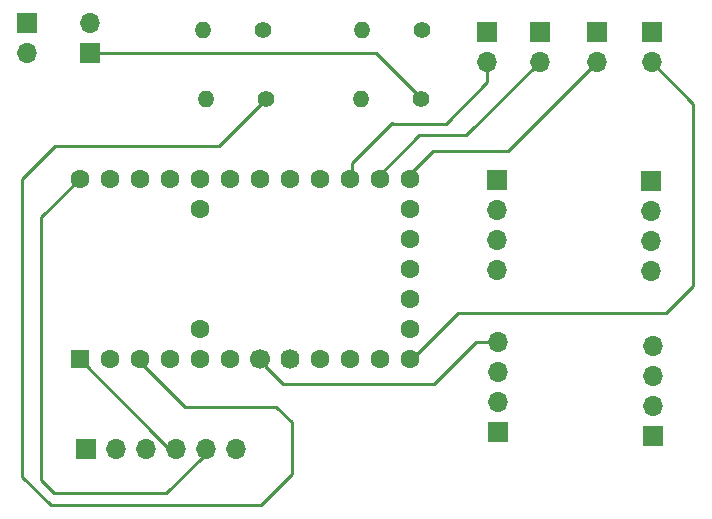
<source format=gbr>
%TF.GenerationSoftware,KiCad,Pcbnew,(6.0.0-0)*%
%TF.CreationDate,2022-01-07T12:45:35+01:00*%
%TF.ProjectId,TeensyTest,5465656e-7379-4546-9573-742e6b696361,rev?*%
%TF.SameCoordinates,Original*%
%TF.FileFunction,Copper,L2,Bot*%
%TF.FilePolarity,Positive*%
%FSLAX46Y46*%
G04 Gerber Fmt 4.6, Leading zero omitted, Abs format (unit mm)*
G04 Created by KiCad (PCBNEW (6.0.0-0)) date 2022-01-07 12:45:35*
%MOMM*%
%LPD*%
G01*
G04 APERTURE LIST*
%TA.AperFunction,ComponentPad*%
%ADD10R,1.700000X1.700000*%
%TD*%
%TA.AperFunction,ComponentPad*%
%ADD11O,1.700000X1.700000*%
%TD*%
%TA.AperFunction,ComponentPad*%
%ADD12C,1.400000*%
%TD*%
%TA.AperFunction,ComponentPad*%
%ADD13O,1.400000X1.400000*%
%TD*%
%TA.AperFunction,ComponentPad*%
%ADD14R,1.600000X1.600000*%
%TD*%
%TA.AperFunction,ComponentPad*%
%ADD15C,1.600000*%
%TD*%
%TA.AperFunction,ComponentPad*%
%ADD16C,1.700000*%
%TD*%
%TA.AperFunction,ComponentPad*%
%ADD17O,1.600000X1.700000*%
%TD*%
%TA.AperFunction,Conductor*%
%ADD18C,0.250000*%
%TD*%
G04 APERTURE END LIST*
D10*
%TO.P,BT1,1,+*%
%TO.N,/5.5V*%
X128900000Y-93500000D03*
D11*
%TO.P,BT1,2,-*%
%TO.N,/GND*%
X128900000Y-96040000D03*
%TD*%
D10*
%TO.P,D1,1,K*%
%TO.N,/GND*%
X134200000Y-95975000D03*
D11*
%TO.P,D1,2,A*%
%TO.N,/VLTG_LOW_OUT*%
X134200000Y-93435000D03*
%TD*%
D10*
%TO.P,J1,1,Pin_1*%
%TO.N,/GND*%
X181775000Y-94250000D03*
D11*
%TO.P,J1,2,Pin_2*%
%TO.N,/DISP_SEL*%
X181775000Y-96790000D03*
%TD*%
D10*
%TO.P,HC5,1,Pin_1*%
%TO.N,unconnected-(HC5-Pad1)*%
X133858000Y-129540000D03*
D11*
%TO.P,HC5,2,Pin_2*%
%TO.N,/RX(TX)*%
X136398000Y-129540000D03*
%TO.P,HC5,3,Pin_3*%
%TO.N,/TX(RX)*%
X138938000Y-129540000D03*
%TO.P,HC5,4,Pin_4*%
%TO.N,/GND*%
X141478000Y-129540000D03*
%TO.P,HC5,5,Pin_5*%
%TO.N,/5.5V*%
X144018000Y-129540000D03*
%TO.P,HC5,6,Pin_6*%
%TO.N,unconnected-(HC5-Pad6)*%
X146558000Y-129540000D03*
%TD*%
D12*
%TO.P,R3,1*%
%TO.N,/VCC_LOW*%
X149140000Y-99900000D03*
D13*
%TO.P,R3,2*%
%TO.N,/5.5V*%
X144060000Y-99900000D03*
%TD*%
D14*
%TO.P,U1,1*%
%TO.N,N/C*%
X133350000Y-121920000D03*
D15*
%TO.P,U1,2*%
X135890000Y-121920000D03*
%TO.P,U1,3*%
X138430000Y-121920000D03*
%TO.P,U1,4*%
X140970000Y-121920000D03*
%TO.P,U1,5*%
X143510000Y-121920000D03*
%TO.P,U1,6*%
X146050000Y-121920000D03*
D16*
%TO.P,U1,7*%
X148590000Y-121920000D03*
D17*
%TO.P,U1,8*%
X151130000Y-121920000D03*
D15*
%TO.P,U1,9*%
X153670000Y-121920000D03*
%TO.P,U1,10*%
X156210000Y-121920000D03*
%TO.P,U1,11*%
X158750000Y-121920000D03*
%TO.P,U1,12*%
X161290000Y-121920000D03*
%TO.P,U1,13*%
X161290000Y-119380000D03*
%TO.P,U1,14*%
X161290000Y-116840000D03*
%TO.P,U1,15*%
X161290000Y-114300000D03*
%TO.P,U1,16*%
X161290000Y-111760000D03*
%TO.P,U1,17*%
X161290000Y-109220000D03*
%TO.P,U1,18*%
X161290000Y-106680000D03*
%TO.P,U1,19*%
X158750000Y-106680000D03*
%TO.P,U1,20*%
X156210000Y-106680000D03*
%TO.P,U1,21*%
X153670000Y-106680000D03*
%TO.P,U1,22*%
X151130000Y-106680000D03*
%TO.P,U1,23*%
X148590000Y-106680000D03*
%TO.P,U1,24*%
X146050000Y-106680000D03*
%TO.P,U1,25*%
X143510000Y-106680000D03*
%TO.P,U1,26*%
X140970000Y-106680000D03*
%TO.P,U1,27*%
X138430000Y-106680000D03*
%TO.P,U1,28*%
X135890000Y-106680000D03*
%TO.P,U1,29*%
X133350000Y-106680000D03*
%TO.P,U1,30*%
X143510000Y-119380000D03*
%TO.P,U1,31*%
X143510000Y-109220000D03*
%TD*%
D10*
%TO.P,IC2_3,1,Pin_1*%
%TO.N,/3.3V*%
X181734000Y-106865000D03*
D11*
%TO.P,IC2_3,2,Pin_2*%
%TO.N,/GND*%
X181734000Y-109405000D03*
%TO.P,IC2_3,3,Pin_3*%
%TO.N,/SDA*%
X181734000Y-111945000D03*
%TO.P,IC2_3,4,Pin_4*%
%TO.N,/SCL*%
X181734000Y-114485000D03*
%TD*%
D12*
%TO.P,R1,1*%
%TO.N,N/C*%
X148840000Y-94100000D03*
D13*
%TO.P,R1,2*%
X143760000Y-94100000D03*
%TD*%
D10*
%TO.P,J2,1,Pin_1*%
%TO.N,/GND*%
X167875000Y-94275000D03*
D11*
%TO.P,J2,2,Pin_2*%
%TO.N,/GPIO_2*%
X167875000Y-96815000D03*
%TD*%
D12*
%TO.P,R2,1*%
%TO.N,/GND*%
X162340000Y-94100000D03*
D13*
%TO.P,R2,2*%
%TO.N,/3.3V*%
X157260000Y-94100000D03*
%TD*%
D10*
%TO.P,IC2_2,1,Pin_1*%
%TO.N,/5.5V*%
X181875000Y-128425000D03*
D11*
%TO.P,IC2_2,2,Pin_2*%
%TO.N,/GND*%
X181875000Y-125885000D03*
%TO.P,IC2_2,3,Pin_3*%
%TO.N,/SDA*%
X181875000Y-123345000D03*
%TO.P,IC2_2,4,Pin_4*%
%TO.N,/SCL*%
X181875000Y-120805000D03*
%TD*%
D10*
%TO.P,J3,1,Pin_1*%
%TO.N,/GND*%
X172300000Y-94250000D03*
D11*
%TO.P,J3,2,Pin_2*%
%TO.N,/GPIO_1*%
X172300000Y-96790000D03*
%TD*%
D12*
%TO.P,R4,1*%
%TO.N,/GND*%
X162240000Y-99900000D03*
D13*
%TO.P,R4,2*%
%TO.N,/VCC_LOW*%
X157160000Y-99900000D03*
%TD*%
D10*
%TO.P,IC2_4,1,Pin_1*%
%TO.N,/3.3V*%
X168700000Y-106760000D03*
D11*
%TO.P,IC2_4,2,Pin_2*%
%TO.N,/GND*%
X168700000Y-109300000D03*
%TO.P,IC2_4,3,Pin_3*%
%TO.N,/SDA*%
X168700000Y-111840000D03*
%TO.P,IC2_4,4,Pin_4*%
%TO.N,/SCL*%
X168700000Y-114380000D03*
%TD*%
D10*
%TO.P,IC2_1,1,Pin_1*%
%TO.N,/5.5V*%
X168757000Y-128084000D03*
D11*
%TO.P,IC2_1,2,Pin_2*%
%TO.N,/GND*%
X168757000Y-125544000D03*
%TO.P,IC2_1,3,Pin_3*%
%TO.N,/SDA*%
X168757000Y-123004000D03*
%TO.P,IC2_1,4,Pin_4*%
%TO.N,/SCL*%
X168757000Y-120464000D03*
%TD*%
D10*
%TO.P,J4,1,Pin_1*%
%TO.N,/GND*%
X177150000Y-94250000D03*
D11*
%TO.P,J4,2,Pin_2*%
%TO.N,/SET*%
X177150000Y-96790000D03*
%TD*%
D18*
%TO.N,/5.5V*%
X143800000Y-130200000D02*
X143800000Y-129800000D01*
X131200000Y-133300000D02*
X140700000Y-133300000D01*
X133350000Y-106680000D02*
X130100000Y-109930000D01*
X181711000Y-128389000D02*
X181975000Y-128125000D01*
X130100000Y-132200000D02*
X131200000Y-133300000D01*
X140700000Y-133300000D02*
X143800000Y-130200000D01*
X130100000Y-109930000D02*
X130100000Y-132200000D01*
%TO.N,/GND*%
X140200000Y-128770000D02*
X140200000Y-128800000D01*
X158475000Y-95975000D02*
X162300000Y-99800000D01*
X168700000Y-109300000D02*
X168854474Y-109300000D01*
X134200000Y-95975000D02*
X158475000Y-95975000D01*
X133350000Y-121920000D02*
X140200000Y-128770000D01*
X140200000Y-128800000D02*
X141500000Y-130100000D01*
%TO.N,/SCL*%
X168757000Y-120464000D02*
X166911000Y-120464000D01*
X166911000Y-120464000D02*
X163375000Y-124000000D01*
X148500000Y-122400000D02*
X148500000Y-122000000D01*
X168941000Y-120270000D02*
X168891000Y-120320000D01*
X150575000Y-124000000D02*
X149075000Y-122500000D01*
X163375000Y-124000000D02*
X150575000Y-124000000D01*
%TO.N,/VCC_LOW*%
X150000000Y-126000000D02*
X142300000Y-126000000D01*
X151300000Y-131700000D02*
X151300000Y-127300000D01*
X128500000Y-106700000D02*
X128500000Y-131900000D01*
X131300000Y-103900000D02*
X128500000Y-106700000D01*
X149140000Y-99900000D02*
X145140000Y-103900000D01*
X128500000Y-131900000D02*
X130900000Y-134300000D01*
X151300000Y-127300000D02*
X150000000Y-126000000D01*
X148700000Y-134300000D02*
X151300000Y-131700000D01*
X142300000Y-126000000D02*
X138200000Y-121900000D01*
X130900000Y-134300000D02*
X148700000Y-134300000D01*
X145140000Y-103900000D02*
X131300000Y-103900000D01*
%TO.N,/DISP_SEL*%
X185325000Y-100340000D02*
X185325000Y-115725000D01*
X183025000Y-118025000D02*
X165425000Y-118025000D01*
X165425000Y-118025000D02*
X161575000Y-121875000D01*
X185325000Y-115725000D02*
X183025000Y-118025000D01*
X181775000Y-96790000D02*
X185325000Y-100340000D01*
%TO.N,/SET*%
X163275000Y-104350000D02*
X161275000Y-106350000D01*
X169590000Y-104350000D02*
X163275000Y-104350000D01*
X161275000Y-106350000D02*
X161200000Y-106350000D01*
X177150000Y-96790000D02*
X169590000Y-104350000D01*
%TO.N,/GPIO_2*%
X167875000Y-98500000D02*
X164375000Y-102000000D01*
X164375000Y-102000000D02*
X159850000Y-102000000D01*
X159850000Y-102000000D02*
X159800000Y-101950000D01*
X167875000Y-96815000D02*
X167875000Y-98500000D01*
X159800000Y-101950000D02*
X156400000Y-105350000D01*
X156400000Y-105350000D02*
X156400000Y-106575000D01*
%TO.N,/GPIO_1*%
X162100000Y-103000000D02*
X158750000Y-106350000D01*
X166090000Y-103000000D02*
X162100000Y-103000000D01*
X172300000Y-96790000D02*
X166090000Y-103000000D01*
X158750000Y-106350000D02*
X158750000Y-106425000D01*
%TD*%
M02*

</source>
